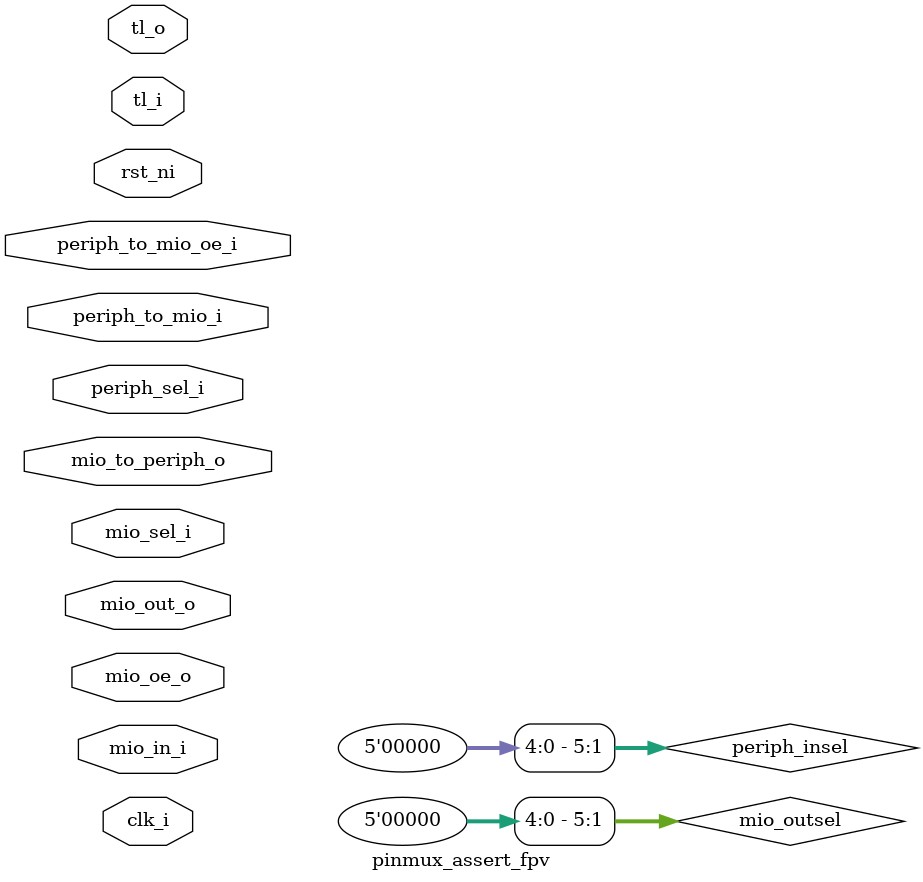
<source format=v>
module pinmux_assert_fpv (
	clk_i,
	rst_ni,
	tl_i,
	tl_o,
	periph_to_mio_i,
	periph_to_mio_oe_i,
	mio_to_periph_o,
	mio_out_o,
	mio_oe_o,
	mio_in_i,
	periph_sel_i,
	mio_sel_i
);
	localparam signed [31:0] pinmux_reg_pkg_NPeriphIn = 32;
	localparam signed [31:0] pinmux_reg_pkg_NPeriphOut = 32;
	localparam signed [31:0] pinmux_reg_pkg_NMioPads = 32;
	localparam top_pkg_TL_AW = 32;
	localparam top_pkg_TL_DW = 32;
	localparam top_pkg_TL_AIW = 8;
	localparam top_pkg_TL_DIW = 1;
	localparam top_pkg_TL_DUW = 16;
	localparam top_pkg_TL_DBW = (top_pkg_TL_DW >> 3);
	localparam top_pkg_TL_SZW = $clog2(($clog2((32 >> 3)) + 1));
	input clk_i;
	input rst_ni;
	input wire [(((((((7 + (((top_pkg_TL_SZW - 1) >= 0) ? top_pkg_TL_SZW : (2 - top_pkg_TL_SZW))) + top_pkg_TL_AIW) + top_pkg_TL_AW) + (((top_pkg_TL_DBW - 1) >= 0) ? top_pkg_TL_DBW : (2 - top_pkg_TL_DBW))) + top_pkg_TL_DW) + 17) - 1):0] tl_i;
	input wire [(((((((7 + (((top_pkg_TL_SZW - 1) >= 0) ? top_pkg_TL_SZW : (2 - top_pkg_TL_SZW))) + top_pkg_TL_AIW) + top_pkg_TL_DIW) + top_pkg_TL_DW) + top_pkg_TL_DUW) + 2) - 1):0] tl_o;
	input [(pinmux_reg_pkg_NPeriphOut - 1):0] periph_to_mio_i;
	input [(pinmux_reg_pkg_NPeriphOut - 1):0] periph_to_mio_oe_i;
	input [(pinmux_reg_pkg_NPeriphIn - 1):0] mio_to_periph_o;
	input [(pinmux_reg_pkg_NMioPads - 1):0] mio_out_o;
	input [(pinmux_reg_pkg_NMioPads - 1):0] mio_oe_o;
	input [(pinmux_reg_pkg_NMioPads - 1):0] mio_in_i;
	input [(5 - 1):0] periph_sel_i;
	input [(5 - 1):0] mio_sel_i;
	wire [5:0] periph_insel;
	assign periph_insel = pinmux.reg2hw.periph_insel[periph_sel_i];
	wire [5:0] mio_outsel;
	assign mio_outsel = pinmux.reg2hw.mio_outsel[mio_sel_i];
endmodule

</source>
